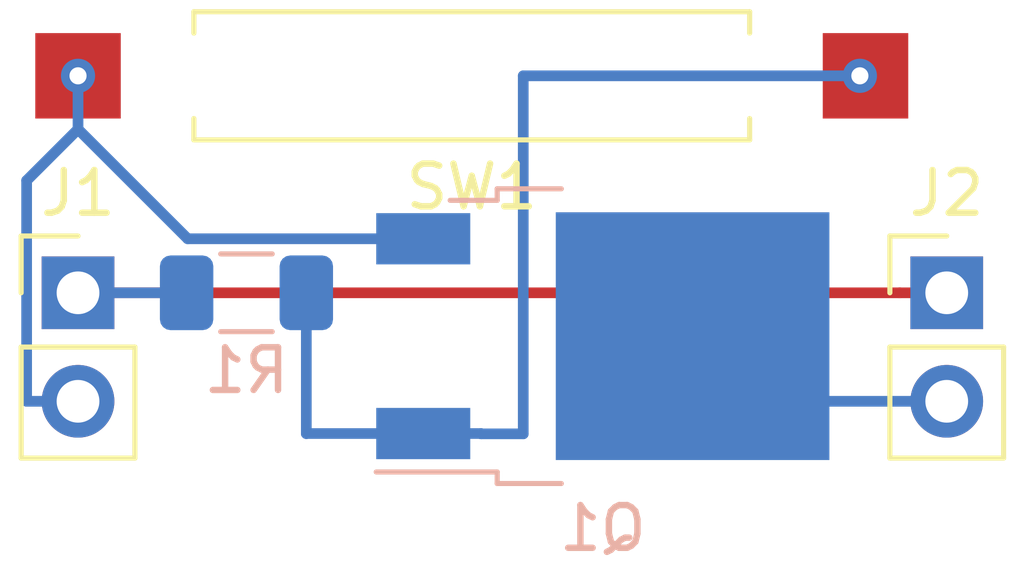
<source format=kicad_pcb>
(kicad_pcb (version 20171130) (host pcbnew "(5.1.5)-3")

  (general
    (thickness 1.6)
    (drawings 0)
    (tracks 21)
    (zones 0)
    (modules 5)
    (nets 5)
  )

  (page A4)
  (layers
    (0 F.Cu signal)
    (31 B.Cu signal)
    (32 B.Adhes user)
    (33 F.Adhes user)
    (34 B.Paste user)
    (35 F.Paste user)
    (36 B.SilkS user)
    (37 F.SilkS user)
    (38 B.Mask user)
    (39 F.Mask user)
    (40 Dwgs.User user)
    (41 Cmts.User user)
    (42 Eco1.User user)
    (43 Eco2.User user)
    (44 Edge.Cuts user)
    (45 Margin user)
    (46 B.CrtYd user)
    (47 F.CrtYd user)
    (48 B.Fab user hide)
    (49 F.Fab user hide)
  )

  (setup
    (last_trace_width 0.25)
    (trace_clearance 0.2)
    (zone_clearance 0.508)
    (zone_45_only no)
    (trace_min 0.2)
    (via_size 0.8)
    (via_drill 0.4)
    (via_min_size 0.4)
    (via_min_drill 0.3)
    (uvia_size 0.3)
    (uvia_drill 0.1)
    (uvias_allowed no)
    (uvia_min_size 0.2)
    (uvia_min_drill 0.1)
    (edge_width 0.05)
    (segment_width 0.2)
    (pcb_text_width 0.3)
    (pcb_text_size 1.5 1.5)
    (mod_edge_width 0.12)
    (mod_text_size 1 1)
    (mod_text_width 0.15)
    (pad_size 1.524 1.524)
    (pad_drill 0.762)
    (pad_to_mask_clearance 0.051)
    (solder_mask_min_width 0.25)
    (aux_axis_origin 0 0)
    (visible_elements FFFFFF7F)
    (pcbplotparams
      (layerselection 0x010fc_ffffffff)
      (usegerberextensions false)
      (usegerberattributes false)
      (usegerberadvancedattributes false)
      (creategerberjobfile false)
      (excludeedgelayer true)
      (linewidth 0.100000)
      (plotframeref false)
      (viasonmask false)
      (mode 1)
      (useauxorigin false)
      (hpglpennumber 1)
      (hpglpenspeed 20)
      (hpglpendiameter 15.000000)
      (psnegative false)
      (psa4output false)
      (plotreference true)
      (plotvalue true)
      (plotinvisibletext false)
      (padsonsilk false)
      (subtractmaskfromsilk false)
      (outputformat 1)
      (mirror false)
      (drillshape 1)
      (scaleselection 1)
      (outputdirectory ""))
  )

  (net 0 "")
  (net 1 "Net-(J1-Pad2)")
  (net 2 "Net-(J1-Pad1)")
  (net 3 "Net-(J2-Pad2)")
  (net 4 "Net-(Q1-Pad1)")

  (net_class Default "This is the default net class."
    (clearance 0.2)
    (trace_width 0.25)
    (via_dia 0.8)
    (via_drill 0.4)
    (uvia_dia 0.3)
    (uvia_drill 0.1)
    (add_net "Net-(J1-Pad1)")
    (add_net "Net-(J1-Pad2)")
    (add_net "Net-(J2-Pad2)")
    (add_net "Net-(Q1-Pad1)")
  )

  (module Button_Switch_SMD:SW_SPST_REED_CT10-XXXX-G2 (layer F.Cu) (tedit 5A02FC95) (tstamp 5F71092B)
    (at 138.75 88.9)
    (descr "Coto Technologies SPST Reed Switch CT10-XXXX-G2")
    (tags "Coto Reed SPST Switch")
    (path /5F710ACD)
    (attr smd)
    (fp_text reference SW1 (at 0 2.6) (layer F.SilkS)
      (effects (font (size 1 1) (thickness 0.15)))
    )
    (fp_text value SW_Reed (at 0 -2.5) (layer F.Fab)
      (effects (font (size 1 1) (thickness 0.15)))
    )
    (fp_line (start -10.5 1.75) (end 10.5 1.75) (layer F.CrtYd) (width 0.05))
    (fp_line (start -10.5 -1.75) (end -10.5 1.75) (layer F.CrtYd) (width 0.05))
    (fp_line (start 10.5 -1.75) (end -10.5 -1.75) (layer F.CrtYd) (width 0.05))
    (fp_line (start 10.5 1.75) (end 10.5 -1.75) (layer F.CrtYd) (width 0.05))
    (fp_line (start 6.5 -1) (end 6.5 -1.5) (layer F.SilkS) (width 0.12))
    (fp_line (start -6.5 -1.5) (end -6.5 -1) (layer F.SilkS) (width 0.12))
    (fp_line (start 6.5 -1.5) (end -6.5 -1.5) (layer F.SilkS) (width 0.12))
    (fp_line (start 6.5 1.5) (end 6.5 1) (layer F.SilkS) (width 0.12))
    (fp_line (start -6.5 1.5) (end 6.5 1.5) (layer F.SilkS) (width 0.12))
    (fp_line (start -6.5 1) (end -6.5 1.5) (layer F.SilkS) (width 0.12))
    (fp_line (start 5.8 -1.2) (end -5.8 -1.2) (layer F.Fab) (width 0.1))
    (fp_line (start 5.8 1.2) (end 5.8 -1.2) (layer F.Fab) (width 0.1))
    (fp_line (start -5.8 1.2) (end 5.8 1.2) (layer F.Fab) (width 0.1))
    (fp_line (start -5.8 -1.2) (end -5.8 1.2) (layer F.Fab) (width 0.1))
    (fp_text user %R (at 0 2.6) (layer F.Fab)
      (effects (font (size 1 1) (thickness 0.15)))
    )
    (pad 2 smd rect (at 9.21 0) (size 2 2) (layers F.Cu F.Paste F.Mask)
      (net 4 "Net-(Q1-Pad1)"))
    (pad 1 smd rect (at -9.21 0) (size 2 2) (layers F.Cu F.Paste F.Mask)
      (net 1 "Net-(J1-Pad2)"))
    (model ${KISYS3DMOD}/Button_Switch_SMD.3dshapes/SW_SPST_REED_CT10-XXXX-G2.wrl
      (at (xyz 0 0 0))
      (scale (xyz 1 1 1))
      (rotate (xyz 0 0 0))
    )
  )

  (module Resistor_SMD:R_1206_3216Metric (layer B.Cu) (tedit 5B301BBD) (tstamp 5F710916)
    (at 133.48 93.98)
    (descr "Resistor SMD 1206 (3216 Metric), square (rectangular) end terminal, IPC_7351 nominal, (Body size source: http://www.tortai-tech.com/upload/download/2011102023233369053.pdf), generated with kicad-footprint-generator")
    (tags resistor)
    (path /5F70BC28)
    (attr smd)
    (fp_text reference R1 (at 0 1.82 180) (layer B.SilkS)
      (effects (font (size 1 1) (thickness 0.15)) (justify mirror))
    )
    (fp_text value 1M (at 0 -1.82 180) (layer B.Fab)
      (effects (font (size 1 1) (thickness 0.15)) (justify mirror))
    )
    (fp_text user %R (at 0 0 180) (layer B.Fab)
      (effects (font (size 0.8 0.8) (thickness 0.12)) (justify mirror))
    )
    (fp_line (start 2.28 -1.12) (end -2.28 -1.12) (layer B.CrtYd) (width 0.05))
    (fp_line (start 2.28 1.12) (end 2.28 -1.12) (layer B.CrtYd) (width 0.05))
    (fp_line (start -2.28 1.12) (end 2.28 1.12) (layer B.CrtYd) (width 0.05))
    (fp_line (start -2.28 -1.12) (end -2.28 1.12) (layer B.CrtYd) (width 0.05))
    (fp_line (start -0.602064 -0.91) (end 0.602064 -0.91) (layer B.SilkS) (width 0.12))
    (fp_line (start -0.602064 0.91) (end 0.602064 0.91) (layer B.SilkS) (width 0.12))
    (fp_line (start 1.6 -0.8) (end -1.6 -0.8) (layer B.Fab) (width 0.1))
    (fp_line (start 1.6 0.8) (end 1.6 -0.8) (layer B.Fab) (width 0.1))
    (fp_line (start -1.6 0.8) (end 1.6 0.8) (layer B.Fab) (width 0.1))
    (fp_line (start -1.6 -0.8) (end -1.6 0.8) (layer B.Fab) (width 0.1))
    (pad 2 smd roundrect (at 1.4 0) (size 1.25 1.75) (layers B.Cu B.Paste B.Mask) (roundrect_rratio 0.2)
      (net 4 "Net-(Q1-Pad1)"))
    (pad 1 smd roundrect (at -1.4 0) (size 1.25 1.75) (layers B.Cu B.Paste B.Mask) (roundrect_rratio 0.2)
      (net 2 "Net-(J1-Pad1)"))
    (model ${KISYS3DMOD}/Resistor_SMD.3dshapes/R_1206_3216Metric.wrl
      (at (xyz 0 0 0))
      (scale (xyz 1 1 1))
      (rotate (xyz 0 0 0))
    )
  )

  (module Package_TO_SOT_SMD:TO-252-2 (layer B.Cu) (tedit 5A70A390) (tstamp 5F710905)
    (at 141.815 94.995)
    (descr "TO-252 / DPAK SMD package, http://www.infineon.com/cms/en/product/packages/PG-TO252/PG-TO252-3-1/")
    (tags "DPAK TO-252 DPAK-3 TO-252-3 SOT-428")
    (path /5F70AE46)
    (attr smd)
    (fp_text reference Q1 (at 0 4.5) (layer B.SilkS)
      (effects (font (size 1 1) (thickness 0.15)) (justify mirror))
    )
    (fp_text value BUK7880-55A (at 0 -4.5) (layer B.Fab)
      (effects (font (size 1 1) (thickness 0.15)) (justify mirror))
    )
    (fp_text user %R (at 0 0) (layer B.Fab)
      (effects (font (size 1 1) (thickness 0.15)) (justify mirror))
    )
    (fp_line (start 5.55 3.5) (end -5.55 3.5) (layer B.CrtYd) (width 0.05))
    (fp_line (start 5.55 -3.5) (end 5.55 3.5) (layer B.CrtYd) (width 0.05))
    (fp_line (start -5.55 -3.5) (end 5.55 -3.5) (layer B.CrtYd) (width 0.05))
    (fp_line (start -5.55 3.5) (end -5.55 -3.5) (layer B.CrtYd) (width 0.05))
    (fp_line (start -2.47 -3.18) (end -3.57 -3.18) (layer B.SilkS) (width 0.12))
    (fp_line (start -2.47 -3.45) (end -2.47 -3.18) (layer B.SilkS) (width 0.12))
    (fp_line (start -0.97 -3.45) (end -2.47 -3.45) (layer B.SilkS) (width 0.12))
    (fp_line (start -2.47 3.18) (end -5.3 3.18) (layer B.SilkS) (width 0.12))
    (fp_line (start -2.47 3.45) (end -2.47 3.18) (layer B.SilkS) (width 0.12))
    (fp_line (start -0.97 3.45) (end -2.47 3.45) (layer B.SilkS) (width 0.12))
    (fp_line (start -4.97 -2.655) (end -2.27 -2.655) (layer B.Fab) (width 0.1))
    (fp_line (start -4.97 -1.905) (end -4.97 -2.655) (layer B.Fab) (width 0.1))
    (fp_line (start -2.27 -1.905) (end -4.97 -1.905) (layer B.Fab) (width 0.1))
    (fp_line (start -4.97 1.905) (end -2.27 1.905) (layer B.Fab) (width 0.1))
    (fp_line (start -4.97 2.655) (end -4.97 1.905) (layer B.Fab) (width 0.1))
    (fp_line (start -1.865 2.655) (end -4.97 2.655) (layer B.Fab) (width 0.1))
    (fp_line (start -1.27 3.25) (end 3.95 3.25) (layer B.Fab) (width 0.1))
    (fp_line (start -2.27 2.25) (end -1.27 3.25) (layer B.Fab) (width 0.1))
    (fp_line (start -2.27 -3.25) (end -2.27 2.25) (layer B.Fab) (width 0.1))
    (fp_line (start 3.95 -3.25) (end -2.27 -3.25) (layer B.Fab) (width 0.1))
    (fp_line (start 3.95 3.25) (end 3.95 -3.25) (layer B.Fab) (width 0.1))
    (fp_line (start 4.95 -2.7) (end 3.95 -2.7) (layer B.Fab) (width 0.1))
    (fp_line (start 4.95 2.7) (end 4.95 -2.7) (layer B.Fab) (width 0.1))
    (fp_line (start 3.95 2.7) (end 4.95 2.7) (layer B.Fab) (width 0.1))
    (pad "" smd rect (at 0.425 -1.525) (size 3.05 2.75) (layers B.Paste))
    (pad "" smd rect (at 3.775 1.525) (size 3.05 2.75) (layers B.Paste))
    (pad "" smd rect (at 0.425 1.525) (size 3.05 2.75) (layers B.Paste))
    (pad "" smd rect (at 3.775 -1.525) (size 3.05 2.75) (layers B.Paste))
    (pad 2 smd rect (at 2.1 0) (size 6.4 5.8) (layers B.Cu B.Mask)
      (net 3 "Net-(J2-Pad2)"))
    (pad 3 smd rect (at -4.2 -2.28) (size 2.2 1.2) (layers B.Cu B.Paste B.Mask)
      (net 1 "Net-(J1-Pad2)"))
    (pad 1 smd rect (at -4.2 2.28) (size 2.2 1.2) (layers B.Cu B.Paste B.Mask)
      (net 4 "Net-(Q1-Pad1)"))
    (model ${KISYS3DMOD}/Package_TO_SOT_SMD.3dshapes/TO-252-2.wrl
      (at (xyz 0 0 0))
      (scale (xyz 1 1 1))
      (rotate (xyz 0 0 0))
    )
  )

  (module Connector_PinHeader_2.54mm:PinHeader_1x02_P2.54mm_Vertical (layer F.Cu) (tedit 59FED5CC) (tstamp 5F7108E1)
    (at 149.86 93.98)
    (descr "Through hole straight pin header, 1x02, 2.54mm pitch, single row")
    (tags "Through hole pin header THT 1x02 2.54mm single row")
    (path /5F70E466)
    (fp_text reference J2 (at 0 -2.33) (layer F.SilkS)
      (effects (font (size 1 1) (thickness 0.15)))
    )
    (fp_text value Conn_01x02 (at 0 4.87) (layer F.Fab)
      (effects (font (size 1 1) (thickness 0.15)))
    )
    (fp_text user %R (at 0 1.27 90) (layer F.Fab)
      (effects (font (size 1 1) (thickness 0.15)))
    )
    (fp_line (start 1.8 -1.8) (end -1.8 -1.8) (layer F.CrtYd) (width 0.05))
    (fp_line (start 1.8 4.35) (end 1.8 -1.8) (layer F.CrtYd) (width 0.05))
    (fp_line (start -1.8 4.35) (end 1.8 4.35) (layer F.CrtYd) (width 0.05))
    (fp_line (start -1.8 -1.8) (end -1.8 4.35) (layer F.CrtYd) (width 0.05))
    (fp_line (start -1.33 -1.33) (end 0 -1.33) (layer F.SilkS) (width 0.12))
    (fp_line (start -1.33 0) (end -1.33 -1.33) (layer F.SilkS) (width 0.12))
    (fp_line (start -1.33 1.27) (end 1.33 1.27) (layer F.SilkS) (width 0.12))
    (fp_line (start 1.33 1.27) (end 1.33 3.87) (layer F.SilkS) (width 0.12))
    (fp_line (start -1.33 1.27) (end -1.33 3.87) (layer F.SilkS) (width 0.12))
    (fp_line (start -1.33 3.87) (end 1.33 3.87) (layer F.SilkS) (width 0.12))
    (fp_line (start -1.27 -0.635) (end -0.635 -1.27) (layer F.Fab) (width 0.1))
    (fp_line (start -1.27 3.81) (end -1.27 -0.635) (layer F.Fab) (width 0.1))
    (fp_line (start 1.27 3.81) (end -1.27 3.81) (layer F.Fab) (width 0.1))
    (fp_line (start 1.27 -1.27) (end 1.27 3.81) (layer F.Fab) (width 0.1))
    (fp_line (start -0.635 -1.27) (end 1.27 -1.27) (layer F.Fab) (width 0.1))
    (pad 2 thru_hole oval (at 0 2.54) (size 1.7 1.7) (drill 1) (layers *.Cu *.Mask)
      (net 3 "Net-(J2-Pad2)"))
    (pad 1 thru_hole rect (at 0 0) (size 1.7 1.7) (drill 1) (layers *.Cu *.Mask)
      (net 2 "Net-(J1-Pad1)"))
    (model ${KISYS3DMOD}/Connector_PinHeader_2.54mm.3dshapes/PinHeader_1x02_P2.54mm_Vertical.wrl
      (at (xyz 0 0 0))
      (scale (xyz 1 1 1))
      (rotate (xyz 0 0 0))
    )
  )

  (module Connector_PinHeader_2.54mm:PinHeader_1x02_P2.54mm_Vertical (layer F.Cu) (tedit 59FED5CC) (tstamp 5F7108CB)
    (at 129.54 93.98)
    (descr "Through hole straight pin header, 1x02, 2.54mm pitch, single row")
    (tags "Through hole pin header THT 1x02 2.54mm single row")
    (path /5F70D045)
    (fp_text reference J1 (at 0 -2.33) (layer F.SilkS)
      (effects (font (size 1 1) (thickness 0.15)))
    )
    (fp_text value Conn_01x02 (at 0 4.87) (layer F.Fab)
      (effects (font (size 1 1) (thickness 0.15)))
    )
    (fp_text user %R (at 0 1.27 90) (layer F.Fab)
      (effects (font (size 1 1) (thickness 0.15)))
    )
    (fp_line (start 1.8 -1.8) (end -1.8 -1.8) (layer F.CrtYd) (width 0.05))
    (fp_line (start 1.8 4.35) (end 1.8 -1.8) (layer F.CrtYd) (width 0.05))
    (fp_line (start -1.8 4.35) (end 1.8 4.35) (layer F.CrtYd) (width 0.05))
    (fp_line (start -1.8 -1.8) (end -1.8 4.35) (layer F.CrtYd) (width 0.05))
    (fp_line (start -1.33 -1.33) (end 0 -1.33) (layer F.SilkS) (width 0.12))
    (fp_line (start -1.33 0) (end -1.33 -1.33) (layer F.SilkS) (width 0.12))
    (fp_line (start -1.33 1.27) (end 1.33 1.27) (layer F.SilkS) (width 0.12))
    (fp_line (start 1.33 1.27) (end 1.33 3.87) (layer F.SilkS) (width 0.12))
    (fp_line (start -1.33 1.27) (end -1.33 3.87) (layer F.SilkS) (width 0.12))
    (fp_line (start -1.33 3.87) (end 1.33 3.87) (layer F.SilkS) (width 0.12))
    (fp_line (start -1.27 -0.635) (end -0.635 -1.27) (layer F.Fab) (width 0.1))
    (fp_line (start -1.27 3.81) (end -1.27 -0.635) (layer F.Fab) (width 0.1))
    (fp_line (start 1.27 3.81) (end -1.27 3.81) (layer F.Fab) (width 0.1))
    (fp_line (start 1.27 -1.27) (end 1.27 3.81) (layer F.Fab) (width 0.1))
    (fp_line (start -0.635 -1.27) (end 1.27 -1.27) (layer F.Fab) (width 0.1))
    (pad 2 thru_hole oval (at 0 2.54) (size 1.7 1.7) (drill 1) (layers *.Cu *.Mask)
      (net 1 "Net-(J1-Pad2)"))
    (pad 1 thru_hole rect (at 0 0) (size 1.7 1.7) (drill 1) (layers *.Cu *.Mask)
      (net 2 "Net-(J1-Pad1)"))
    (model ${KISYS3DMOD}/Connector_PinHeader_2.54mm.3dshapes/PinHeader_1x02_P2.54mm_Vertical.wrl
      (at (xyz 0 0 0))
      (scale (xyz 1 1 1))
      (rotate (xyz 0 0 0))
    )
  )

  (via (at 129.54 88.9) (size 0.8) (drill 0.4) (layers F.Cu B.Cu) (net 1))
  (segment (start 129.54 96.52) (end 128.337919 96.52) (width 0.25) (layer B.Cu) (net 1))
  (segment (start 128.337919 96.52) (end 128.337919 91.352081) (width 0.25) (layer B.Cu) (net 1))
  (segment (start 129.54 90.15) (end 129.54 88.9) (width 0.25) (layer B.Cu) (net 1))
  (segment (start 128.337919 91.352081) (end 129.54 90.15) (width 0.25) (layer B.Cu) (net 1))
  (segment (start 132.105 92.715) (end 129.54 90.15) (width 0.25) (layer B.Cu) (net 1))
  (segment (start 137.615 92.715) (end 132.105 92.715) (width 0.25) (layer B.Cu) (net 1))
  (via (at 147.828 88.9) (size 0.8) (drill 0.4) (layers F.Cu B.Cu) (net 4))
  (segment (start 129.54 93.98) (end 132.08 93.98) (width 0.25) (layer B.Cu) (net 2))
  (segment (start 148.76 93.98) (end 129.54 93.98) (width 0.25) (layer F.Cu) (net 2))
  (segment (start 149.86 93.98) (end 148.76 93.98) (width 0.25) (layer F.Cu) (net 2))
  (segment (start 145.44 96.52) (end 143.915 94.995) (width 0.25) (layer B.Cu) (net 3))
  (segment (start 149.86 96.52) (end 145.44 96.52) (width 0.25) (layer B.Cu) (net 3))
  (segment (start 134.88 93.98) (end 134.88 97.276) (width 0.25) (layer B.Cu) (net 4))
  (segment (start 134.881 97.275) (end 137.615 97.275) (width 0.25) (layer B.Cu) (net 4))
  (segment (start 134.88 97.276) (end 134.881 97.275) (width 0.25) (layer B.Cu) (net 4))
  (segment (start 138.965 97.275) (end 138.972 97.282) (width 0.25) (layer B.Cu) (net 4))
  (segment (start 137.615 97.275) (end 138.965 97.275) (width 0.25) (layer B.Cu) (net 4))
  (segment (start 138.972 97.282) (end 139.954 97.282) (width 0.25) (layer B.Cu) (net 4))
  (segment (start 139.954 97.282) (end 139.954 88.9) (width 0.25) (layer B.Cu) (net 4))
  (segment (start 139.954 88.9) (end 147.828 88.9) (width 0.25) (layer B.Cu) (net 4))

)

</source>
